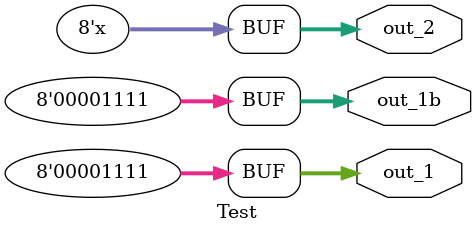
<source format=sv>
module Test (
	output logic [7:0] out_1,
	output logic [7:0] out_1b,
	output logic [7:0] out_2
);

	assign out_1 = 8'hf;
	assign out_1b = 8'hf;

	assign out_2 = 8'hx;
endmodule



</source>
